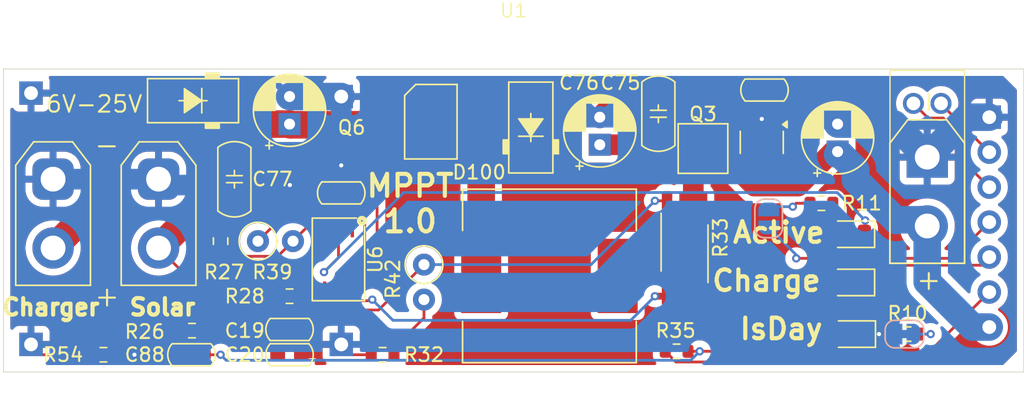
<source format=kicad_pcb>
(kicad_pcb
	(version 20241229)
	(generator "pcbnew")
	(generator_version "9.0")
	(general
		(thickness 1.6)
		(legacy_teardrops no)
	)
	(paper "A4")
	(layers
		(0 "F.Cu" signal)
		(2 "B.Cu" signal)
		(9 "F.Adhes" user "F.Adhesive")
		(11 "B.Adhes" user "B.Adhesive")
		(13 "F.Paste" user)
		(15 "B.Paste" user)
		(5 "F.SilkS" user "F.Silkscreen")
		(7 "B.SilkS" user "B.Silkscreen")
		(1 "F.Mask" user)
		(3 "B.Mask" user)
		(17 "Dwgs.User" user "User.Drawings")
		(19 "Cmts.User" user "User.Comments")
		(21 "Eco1.User" user "User.Eco1")
		(23 "Eco2.User" user "User.Eco2")
		(25 "Edge.Cuts" user)
		(27 "Margin" user)
		(31 "F.CrtYd" user "F.Courtyard")
		(29 "B.CrtYd" user "B.Courtyard")
		(35 "F.Fab" user)
		(33 "B.Fab" user)
		(39 "User.1" user)
		(41 "User.2" user)
		(43 "User.3" user)
		(45 "User.4" user)
	)
	(setup
		(pad_to_mask_clearance 0)
		(allow_soldermask_bridges_in_footprints no)
		(tenting front back)
		(pcbplotparams
			(layerselection 0x00000000_00000000_55555555_5755f5ff)
			(plot_on_all_layers_selection 0x00000000_00000000_00000000_00000000)
			(disableapertmacros no)
			(usegerberextensions no)
			(usegerberattributes yes)
			(usegerberadvancedattributes yes)
			(creategerberjobfile yes)
			(dashed_line_dash_ratio 12.000000)
			(dashed_line_gap_ratio 3.000000)
			(svgprecision 4)
			(plotframeref no)
			(mode 1)
			(useauxorigin no)
			(hpglpennumber 1)
			(hpglpenspeed 20)
			(hpglpendiameter 15.000000)
			(pdf_front_fp_property_popups yes)
			(pdf_back_fp_property_popups yes)
			(pdf_metadata yes)
			(pdf_single_document no)
			(dxfpolygonmode yes)
			(dxfimperialunits yes)
			(dxfusepcbnewfont yes)
			(psnegative no)
			(psa4output no)
			(plot_black_and_white yes)
			(sketchpadsonfab no)
			(plotpadnumbers no)
			(hidednponfab no)
			(sketchdnponfab yes)
			(crossoutdnponfab yes)
			(subtractmaskfromsilk no)
			(outputformat 1)
			(mirror no)
			(drillshape 1)
			(scaleselection 1)
			(outputdirectory "")
		)
	)
	(net 0 "")
	(net 1 "S_VIN")
	(net 2 "GND")
	(net 3 "Net-(C19-Pad1)")
	(net 4 "Net-(U6-VG)")
	(net 5 "Net-(Q3-S)")
	(net 6 "Net-(U34-VCAP)")
	(net 7 "VBAT")
	(net 8 "Net-(D11-A)")
	(net 9 "Net-(D100-K)")
	(net 10 "Net-(L3-Pad2)")
	(net 11 "Net-(Q3-G)")
	(net 12 "Net-(Q6-G)")
	(net 13 "Net-(D2-K)")
	(net 14 "Net-(JP2-B)")
	(net 15 "Net-(D1-A)")
	(net 16 "Net-(JP1-B)")
	(net 17 "Net-(U6-MPPT)")
	(net 18 "Net-(U6-COM)")
	(net 19 "Net-(U6-FB)")
	(net 20 "Net-(U6-CSP)")
	(net 21 "Net-(U6-BAT)")
	(net 22 "IsDay")
	(net 23 "CHRG")
	(net 24 "CHARGE")
	(net 25 "3V3")
	(net 26 "SDA")
	(net 27 "SCL")
	(net 28 "Net-(D4-A)")
	(footprint "PCM_Capacitor_SMD_Handsoldering_AKL:C_0603_1608Metric_Pad1.08x0.95mm" (layer "F.Cu") (at 115.2 18.5275))
	(footprint "Resistor_SMD:R_0603_1608Metric" (layer "F.Cu") (at 119.325 26.75))
	(footprint "LED_SMD:LED_0805_2012Metric" (layer "F.Cu") (at 121.5625 36.25 180))
	(footprint "Package_TO_SOT_SMD:SOT-23-6" (layer "F.Cu") (at 115 22.3275 -90))
	(footprint "LED_SMD:LED_0805_2012Metric" (layer "F.Cu") (at 121.5 32.5 180))
	(footprint "MPPT:MPPT" (layer "F.Cu") (at 97 13.25))
	(footprint "PCM_Diode_SMD_Handsoldering_AKL:D_SMAFL" (layer "F.Cu") (at 73.75 19.3 180))
	(footprint "PCM_Package_SO_AKL:TSSOP-10_3x3mm_P0.5mm" (layer "F.Cu") (at 84.3 30.8275 -90))
	(footprint "PCM_Capacitor_SMD_Handsoldering_AKL:C_0603_1608Metric_Pad1.08x0.95mm" (layer "F.Cu") (at 80.75 37.75))
	(footprint "Resistor_THT:R_Axial_DIN0207_L6.3mm_D2.5mm_P2.54mm_Vertical" (layer "F.Cu") (at 90.5 31.205 -90))
	(footprint "Resistor_SMD:R_0603_1608Metric" (layer "F.Cu") (at 73.675 36))
	(footprint "Resistor_THT:R_Axial_DIN0207_L6.3mm_D2.5mm_P2.54mm_Vertical" (layer "F.Cu") (at 78.46 29.5))
	(footprint "Resistor_SMD:R_0603_1608Metric" (layer "F.Cu") (at 87.5 37.75 180))
	(footprint "board:R_Shunt_Vishay_WSK2512_6332Metric_T1.19mm" (layer "F.Cu") (at 109.4 30 90))
	(footprint "Inductor_SMD:L_12x12mm_H4.5mm" (layer "F.Cu") (at 99.6 32.0275))
	(footprint "Capacitor_THT:CP_Radial_D5.0mm_P2.00mm" (layer "F.Cu") (at 120.5 23 90))
	(footprint "Connector_AMASS:AMASS_XT30UPB-M_1x02_P5.0mm_Vertical" (layer "F.Cu") (at 71.25 25 -90))
	(footprint "PCM_Capacitor_SMD_Handsoldering_AKL:C_0603_1608Metric_Pad1.08x0.95mm" (layer "F.Cu") (at 80.75 35.9175))
	(footprint "Resistor_SMD:R_0603_1608Metric" (layer "F.Cu") (at 108.825 37.5 180))
	(footprint "PCM_Package_TO_SOT_SMD_AKL:SOT-23" (layer "F.Cu") (at 110.7375 22.7775))
	(footprint "Capacitor_THT:CP_Radial_D5.0mm_P2.00mm" (layer "F.Cu") (at 103.25 22.5 90))
	(footprint "PCM_Diode_SMD_Handsoldering_AKL:D_SMAFL" (layer "F.Cu") (at 98.25 21.25 90))
	(footprint "LED_SMD:LED_0805_2012Metric" (layer "F.Cu") (at 121.5 29 180))
	(footprint "Resistor_SMD:R_0603_1608Metric" (layer "F.Cu") (at 67.25 37.75 180))
	(footprint "PCM_Capacitor_SMD_Handsoldering_AKL:C_1206_3216Metric_Pad1.33x1.80mm" (layer "F.Cu") (at 107.5 20.25 90))
	(footprint "PCM_Capacitor_SMD_Handsoldering_AKL:C_1206_3216Metric_Pad1.33x1.80mm" (layer "F.Cu") (at 76.75 25 -90))
	(footprint "Resistor_SMD:R_0603_1608Metric" (layer "F.Cu") (at 75.75 29.5 -90))
	(footprint "Resistor_SMD:R_0603_1608Metric" (layer "F.Cu") (at 125.575 36.25 180))
	(footprint "Connector_AMASS:AMASS_XT30UPB-F_1x02_P5.0mm_Vertical"
		(layer "F.Cu")
		(uuid "d4aaa424-9dec-4d6a-bce2-5228f7e821df")
		(at 63.6 25 -90)
		(descr "Connector XT30 Vertical PCB Female, https://www.tme.eu/Document/81f11ca924696756331f21b972812074/XT30PB-F.pdf")
		(tags "RC Connector XT30")
		(property "Reference" "ExtCharge1"
			(at 2.5 -4 90)
			(layer "F.SilkS")
			(hide yes)
			(uuid "c8904918-d602-4b62-951c-46f4c9758372")
			(effects
				(font
					(size 1 1)
					(thickness 0.15)
				)
			)
		)
		(property "Value" "XT30"
			(at 2.5 4 90)
			(layer "F.Fab")
			(hide yes)
			(uuid "21776655-efee-4c23-86ef-86efe5ad8c02")
			(effects
				(font
					(size 1 1)
					(thickness 0.15)
				)
			)
		)
		(property "Datasheet" ""
			(at 0 0 270)
			(unlocked yes)
			(layer "F.Fab")
			(hide yes)
			(uuid "180856d3-ba84-4083-b2cc-ab4d0201bc5d")
			(effects
				(font
					(size 1.27 1.27)
					(thickness 0.15)
				)
			)
		)
		(property "Description" ""
			(at 0 0 270)
			(unlocked yes)
			(layer "F.Fab")
			(hide yes)
			(uuid "d8b7dc63-0896-49b1-8d2d-464f8f3bb57c")
			(effects
				(font
					(size 1.27 1.27)
					(thickness 0.15)
				)
			)
		)
		(property "LCSC_PART_NUMBER" "C108769"
			(at 0 0 270)
			(unlocked yes)
			(layer "F.Fab")
			(hide yes)
			(uuid "5685f030-934a-45f3-9e61-c2a5474e6152")
			(effects
				(font
					(size 1 1)
					(thickness 0.15)
				)
			)
		)
		(property ki_fp_filters "Connector*:*_1x??_*")
		(path "/64a248e6-b018-447f-9935-42c3a77e798c")
		(sheetname "/")
		(sheetfile "MPPT.kicad_sch")
		(attr through_hole dnp)
		(fp_line
			(start -1.01 2.71)
			(end 7.71 2.71)
			(stroke
				(width 0.12)
				(type solid)
			)
			(layer "F.SilkS")
			(uuid "40c3aebf-1514-4028-aaf7-71220fe72e1d")
		)
		(fp_line
			(start -2.71 1.41)
			(end -1.01 2.71)
			(stroke
				(width 0.12)
				(type solid)
			)
			(layer "F.SilkS")
			(uuid "6bb745c5-5c7a-4dc5-978b-cdc33baf371c")
		)
		(fp_line
			(start -2.71 -1.41)
			(end -2.71 1.41)
			(stroke
				(width 0.12)
				(type solid)
			)
			(layer "F.SilkS")
			(uuid "f9803dc8-bc2c-4097-904c-fbcc39b2825c")
		)
		(fp_line
			(start -2.71 -1.41)
			(end -1.01 -2.71)
			(stroke
				(width 0.12)
				(type solid)
			)
			(layer "F.SilkS")
			(uuid "edc4cad2-3da1-4cf8-a6d6-1348d3154b8e")
		)
		(fp_line
			(start -1.01 -2.71)
			(end 7.71 -2.71)
			(stroke
				(width 0.12)
				(type solid)
			)
			(layer "F.SilkS")
			(uuid "92680f93-bf45-417f-ae9f-61211c0627f7")
		)
		(fp_line
			(start 7.71 -2.71)
			(end 7.71 2.71)
			(stroke
				(width 0.12)
				(type solid)
			)
			(layer "F.SilkS")
			(uuid "06a64f81-211a-4037-b1c8-d040f2cc4730")
		)
		(fp_line
			(start -1.4 3.1)
			(end 8.1 3.1)
			(stroke
				(width 0.05)
				(type solid)
			)
			(layer "F.CrtYd")
			(uuid "c72fff86-19a3-413b-8350-a0066f05923a")
		)
		(fp_line
			(start -3.1 1.8)
			(end -1.4 3.1)
			(stroke
				(width 0.05)
				(type solid)
			)
			(layer "F.CrtYd")
			(uuid "0787c9fb-b546-4fbd-a550-efba9d2c557d")
		)
		(fp_line
			(start -3.1 -1.8)
			(end -3.1 1.8)
			(stroke
				(width 0.05)
				(type solid)
			)
			(layer "F.CrtYd")
			(uuid "7b377be8-3b27-4029-aaf5-c0064c5bb293")
		)
		(fp_line
			(start -3.1 -1.8)
			(end -1.4 -3.1)
			(stroke
				(width 0.05)
				(type solid)
			)
			(layer "F.CrtYd")
			(uuid "67dff899-f4c4-4633-8c2f-a45cf4fd0100")
		)
		(fp_line
			(start -1.4 -3.1)
			(end 8.1 -3.1)
			(stroke
				(width 0.05)
				(type solid)
			)
			(layer "F.CrtYd")
			(uuid "209539b8-2f06-4fe2-9a72-ac25165646f6")
		)
		(fp_line
			(start 8.1 -3.1)
			(end 8.1 3.1)
			(stroke
				(width 0.05)
				(type solid)
			)
			(layer "F.CrtYd")
			(uuid "fc8cdf50-c9df-4dc3-9c81-444eba1aad3f")
		)
		(fp_line
			(start -0.9 2.6)
			(end 7.6 2.6)
			(stroke
				(width 0.1)
				(type solid)
			)
			(layer "F.Fab")
			(uuid "14f11546-26d4-4f19-a85c-db96047f0145")
		)
		(fp_line
			(start -2.6 1.3)
			(end -0.9 2.6)
			(stroke
				(width 0.1)
				(type solid)
			)
			(layer "F.Fab")
			(uuid "0fb2572b-5516-41bb-bc20-ff7bbd511fde")
		)
		(fp_line
			(start -2.6 -1.3)
			(end -2.6 1.3)
			(stroke
				(width 0.1)
				(type solid)
			)
			(layer "F.Fab")
			(uuid "1823d514-a05c-4c4d-b9a1-c4e035f8fb0d")
		)
		(fp_line
			(start -2.6 -1.3)
			(end -0.9 -2.6)
			(stroke
				(width 0.1)
				(type solid)
			)
			(layer "F.Fab")
			(uuid "baf30812-2e55-48a3-9522-c26ea626061b")
		)
		(fp_line
			(start -0.9 -2.6)
			(end 7.6 -2.6)
			(stroke
				(width 0.1)
				(type solid)
			)

... [634628 chars truncated]
</source>
